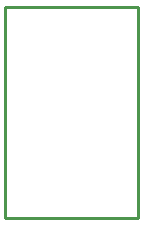
<source format=gko>
G04 Layer: BoardOutline*
G04 EasyEDA v6.4.17, 2021-02-26T18:21:57--8:00*
G04 bf267e6e37ea4bb39f0b1c92622b1e3b,8aa2c519e6c9466aa65df0ec0365893d,10*
G04 Gerber Generator version 0.2*
G04 Scale: 100 percent, Rotated: No, Reflected: No *
G04 Dimensions in millimeters *
G04 leading zeros omitted , absolute positions ,4 integer and 5 decimal *
%FSLAX45Y45*%
%MOMM*%

%ADD10C,0.2540*%
D10*
X762000Y8851900D02*
G01*
X762000Y9093200D01*
X1892300Y9093200D01*
X1892300Y7302500D01*
X762000Y7302500D01*
X762000Y8851900D01*

%LPD*%
M02*

</source>
